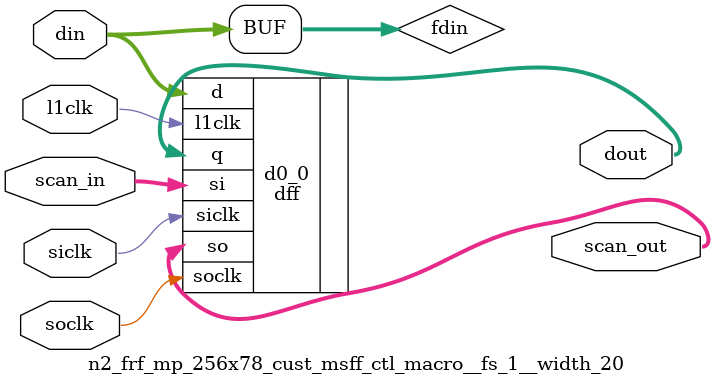
<source format=v>
module n2_frf_mp_256x78_cust (
  frf_r1_data, 
  frf_r1_ecc, 
  frf_r2_data, 
  frf_r2_ecc, 
  l2clk, 
  scan_in, 
  pce, 
  tcu_pce_ov, 
  tcu_aclk, 
  tcu_bclk, 
  tcu_array_wr_inhibit, 
  tcu_scan_en, 
  tcu_se_scancollar_in, 
  main_clken, 
  scan_out, 
  r_tid, 
  r1_valid, 
  r1_addr, 
  r2_valid, 
  r2_addr, 
  w1_tid, 
  w1_valid, 
  w1_addr, 
  w2_tid, 
  w2_valid, 
  w2_addr, 
  w1_data, 
  w1_ecc, 
  w2_data, 
  w2_ecc);
wire siclk;
wire soclk;
wire l1clk;
wire l1clk_main;
wire [13:0] w1_ecc_synd_fb_to_fw_scanin;
wire [13:0] w1_ecc_synd_fb_to_fw_scanout;
wire [13:0] w1_ecc_fw;
wire [13:0] w2_ecc_synd_fb_to_fw_scanin;
wire [13:0] w2_ecc_synd_fb_to_fw_scanout;
wire [13:0] w2_ecc_fw;
wire [14:0] frf_read_ctl_in2ph2_scanin;
wire [14:0] frf_read_ctl_in2ph2_scanout;
wire [4:0] r1_addr_ph2;
wire [4:0] r2_addr_ph2;
wire r1_valid_ph2;
wire r2_valid_ph2;
wire [2:0] r_tid_ph2;
wire [63:0] fw_w2data_scanin;
wire [63:0] fw_w2data_scanout;
wire [63:0] w2_data_fw;
wire [63:0] fw_w1data_scanin;
wire [63:0] fw_w1data_scanout;
wire [63:0] w1_data_fw;
wire [19:0] frf_write_input_ctl_in2fb_scanin;
wire [19:0] frf_write_input_ctl_in2fb_scanout;
wire [2:0] w1_tid_fw;
wire [1:0] w1_valid_fw;
wire [4:0] w1_addr_fw;
wire [2:0] w2_tid_fw;
wire [1:0] w2_valid_fw;
wire [4:0] w2_addr_fw;
wire l1clk_free;


   // -----------------------------------------------------------------------
   // Read output ports
   // -----------------------------------------------------------------------
   output  [63:0] frf_r1_data;
   output  [13:0] frf_r1_ecc;
   output  [63:0] frf_r2_data;
   output  [13:0] frf_r2_ecc;

   // -----------------------------------------------------------------------
   // global signals
   // -----------------------------------------------------------------------

   input        l2clk;
   input        scan_in;
   input	pce;
   input        tcu_pce_ov;
   input        tcu_aclk;
   input        tcu_bclk;
   input        tcu_array_wr_inhibit;
   input	tcu_scan_en;
   input        tcu_se_scancollar_in;

   input        main_clken;

   output       scan_out;


   // -----------------------------------------------------------------------
   // Reading controls
   // -----------------------------------------------------------------------
   input    [2:0] r_tid;
   input          r1_valid;
   input    [4:0] r1_addr;
   input          r2_valid;
   input    [4:0] r2_addr;
 
   // -----------------------------------------------------------------------
   // Writing controls 
   // -----------------------------------------------------------------------
   input    [2:0] w1_tid;
   input    [1:0] w1_valid;
   input    [4:0] w1_addr;
   input    [2:0] w2_tid;
   input    [1:0] w2_valid;
   input    [4:0] w2_addr;

   // -----------------------------------------------------------------------
   // Write data ports
   // -----------------------------------------------------------------------
   input   [63:0] w1_data;
   input   [13:0] w1_ecc;
   input   [63:0] w2_data;
   input   [13:0] w2_ecc;

   assign siclk		= tcu_aclk;
   assign soclk		= tcu_bclk;

   n2_frf_mp_256x78_cust_l1clkhdr_ctl_macro	clkgen (
    .l2clk  (l2clk          		),
    .l1en   (pce			),
    .pce_ov (tcu_pce_ov			),
    .stop   (1'b0			),
    .se	    (tcu_se_scancollar_in	),
    .l1clk  (l1clk			));


   n2_frf_mp_256x78_cust_l1clkhdr_ctl_macro	clkgen_main (
    .l2clk  (l2clk          		),
    .l1en   (main_clken			),
    .pce_ov (tcu_pce_ov			),
    .stop   (1'b0			),
    .se	    (tcu_se_scancollar_in	),
    .l1clk  (l1clk_main			));



   n2_frf_mp_256x78_cust_msff_ctl_macro__fs_1__width_14	w1_ecc_synd_fb_to_fw		 (
     .scan_in(w1_ecc_synd_fb_to_fw_scanin[13:0]),
     .scan_out(w1_ecc_synd_fb_to_fw_scanout[13:0]),
    .l1clk (l1clk_main),
    .din   (w1_ecc   [13:0]),
    .dout  (w1_ecc_fw[13:0]),
  .siclk(siclk),
  .soclk(soclk));
   
   n2_frf_mp_256x78_cust_msff_ctl_macro__fs_1__scanreverse_1__width_14	w2_ecc_synd_fb_to_fw		 (
     .scan_in(w2_ecc_synd_fb_to_fw_scanin[13:0]),
     .scan_out(w2_ecc_synd_fb_to_fw_scanout[13:0]),
    .l1clk (l1clk_main),
    .din   (w2_ecc   [13:0]),
    .dout  (w2_ecc_fw[13:0]),
  .siclk(siclk),
  .soclk(soclk));

   n2_frf_mp_256x78_cust_msff_ctl_macro__fs_1__width_15	frf_read_ctl_in2ph2		 (
     .scan_in(frf_read_ctl_in2ph2_scanin[14:0]),
     .scan_out(frf_read_ctl_in2ph2_scanout[14:0]),
    .l1clk (l1clk),
    .din   ({r1_addr [4:0],    // requires free running clk or dec_fgu_decode_d en
  	     r2_addr [4:0],    // requires free running clk or dec_fgu_decode_d en
  	     r1_valid     ,    // requires free running clk or dec_fgu_decode_d en
  	     r2_valid     ,    // requires free running clk or dec_fgu_decode_d en
  	     r_tid   [2:0]}),  // requires free running clk or dec_fgu_decode_d en
    .dout  ({r1_addr_ph2[4:0],
  	     r2_addr_ph2[4:0],   
  	     r1_valid_ph2    ,
  	     r2_valid_ph2    ,
  	     r_tid_ph2  [2:0]}),
  .siclk(siclk),
  .soclk(soclk));


   n2_frf_mp_256x78_cust_msff_ctl_macro__fs_1__scanreverse_1__width_64	fw_w2data			 (
     .scan_in(fw_w2data_scanin[63:0]),
     .scan_out(fw_w2data_scanout[63:0]),
     .l1clk (l1clk_main),
     .din   (w2_data   [63:0]),
     .dout  (w2_data_fw[63:0]),
  .siclk(siclk),
  .soclk(soclk));
   
   n2_frf_mp_256x78_cust_msff_ctl_macro__fs_1__width_64	fw_w1data			 (
     .scan_in(fw_w1data_scanin[63:0]),
     .scan_out(fw_w1data_scanout[63:0]),
     .l1clk (l1clk_main),
     .din   (w1_data   [63:0]),
     .dout  (w1_data_fw[63:0]),
  .siclk(siclk),
  .soclk(soclk));


   n2_frf_mp_256x78_cust_msff_ctl_macro__fs_1__width_20	frf_write_input_ctl_in2fb	 (
     .scan_in(frf_write_input_ctl_in2fb_scanin[19:0]),
     .scan_out(frf_write_input_ctl_in2fb_scanout[19:0]),
     .l1clk (l1clk_main),
     .din   ({w1_tid      [2:0],
              w1_valid    [1:0],
              w1_addr     [4:0],
              w2_tid      [2:0],
              w2_valid    [1:0],
              w2_addr     [4:0]}),
     .dout  ({w1_tid_fw   [2:0],
              w1_valid_fw [1:0],
              w1_addr_fw  [4:0],
              w2_tid_fw   [2:0],
              w2_valid_fw [1:0],
              w2_addr_fw  [4:0]}),
  .siclk(siclk),
  .soclk(soclk));




// L2 clock "free-running" clock
n2_frf_mp_256x78_cust_l1clkhdr_ctl_macro	clkgen_free (
  .l2clk  (l2clk			),
  .l1en   (pce				),
  .pce_ov (tcu_pce_ov			),
  .stop	  (1'b0				),
  .se	  (tcu_scan_en			),
  .l1clk  (l1clk_free			));

fgu_frf_array	frf_array_o			(
  .clk      ( l1clk_free				),
  .r1_valid ( r1_valid_ph2				),
  .r1_addr  ({r_tid_ph2[2:0]  , r1_addr_ph2[4:0]}	),
  .r2_valid ( r2_valid_ph2				),
  .r2_addr  ({r_tid_ph2[2:0]  , r2_addr_ph2[4:0]}	),
  .w1_valid ( w1_valid_fw[0]				),
  .w1_addr  ({w1_tid_fw[2:0]  , w1_addr_fw[4:0]}	),
  .w1_data  ({w1_ecc_fw[6:0]  , w1_data_fw[31:0]}	),
  .w2_valid ( w2_valid_fw[0]				),
  .w2_addr  ({w2_tid_fw[2:0]  , w2_addr_fw[4:0]}	),
  .w2_data  ({w2_ecc_fw[6:0]  , w2_data_fw[31:0]}	),
     .r1_data   ({frf_r1_ecc[6:0]   , frf_r1_data[31:0]}	),
     .r2_data   ({frf_r2_ecc[6:0]   , frf_r2_data[31:0]}	),
  .tcu_array_wr_inhibit(tcu_array_wr_inhibit));



fgu_frf_array	frf_array_e			(
  .clk      ( l1clk_free				),
  .r1_valid ( r1_valid_ph2				),
  .r1_addr  ({r_tid_ph2[2:0]  , r1_addr_ph2[4:0]}	),
  .r2_valid ( r2_valid_ph2				),
  .r2_addr  ({r_tid_ph2[2:0]  , r2_addr_ph2[4:0]}	),
  .w1_valid ( w1_valid_fw[1]				),
  .w1_addr  ({w1_tid_fw[2:0]  , w1_addr_fw[4:0]}	),
  .w1_data  ({w1_ecc_fw[13:7] , w1_data_fw[63:32]}	),
  .w2_valid ( w2_valid_fw[1]				),
  .w2_addr  ({w2_tid_fw[2:0]  , w2_addr_fw[4:0]}	),
  .w2_data  ({w2_ecc_fw[13:7] , w2_data_fw[63:32]}	),
     .r1_data   ({frf_r1_ecc[13:7]  , frf_r1_data[63:32]}	),
     .r2_data   ({frf_r2_ecc[13:7]  , frf_r2_data[63:32]}	),
  .tcu_array_wr_inhibit(tcu_array_wr_inhibit));





supply0 vss;
supply1 vdd;





// scanorder start
//      w1_ecc_synd_fb_to_fw_scanin[13:7]
//      fw_w1data_scanin[63:32]
//      frf_write_input_ctl_in2fb_scanin[16]
//      frf_read_ctl_in2ph2_scanin[14:10]
//      frf_write_input_ctl_in2fb_scanin[9:7]
//      frf_write_input_ctl_in2fb_scanin[0]
//      frf_read_ctl_in2ph2_scanin[2:0]
//      frf_read_ctl_in2ph2_scanin[9:5]
//      frf_write_input_ctl_in2fb_scanin[4]
//      frf_write_input_ctl_in2fb_scanin[5]
//      w1_ecc_synd_fb_to_fw_scanin[6:0]
//      fw_w1data_scanin[31:0]
//      fw_w2data_scanin[0:31]
//      w2_ecc_synd_fb_to_fw_scanin[0:6]
//      frf_write_input_ctl_in2fb_scanin[15]
//      frf_write_input_ctl_in2fb_scanin[1]
//      frf_write_input_ctl_in2fb_scanin[2]
//      frf_write_input_ctl_in2fb_scanin[3]
//      frf_read_ctl_in2ph2_scanin[3]
//      frf_read_ctl_in2ph2_scanin[4]
//      frf_write_input_ctl_in2fb_scanin[10]
//      frf_write_input_ctl_in2fb_scanin[11]
//      frf_write_input_ctl_in2fb_scanin[12]
//      frf_write_input_ctl_in2fb_scanin[13]
//      frf_write_input_ctl_in2fb_scanin[14]
//      frf_write_input_ctl_in2fb_scanin[17]
//      frf_write_input_ctl_in2fb_scanin[18]
//      frf_write_input_ctl_in2fb_scanin[19]
//      frf_write_input_ctl_in2fb_scanin[6]
//      fw_w2data_scanin[32:63]
//      w2_ecc_synd_fb_to_fw_scanin[7:13]
// scanorder end
// fixscan start
assign w1_ecc_synd_fb_to_fw_scanin[13]=scan_in;
assign w1_ecc_synd_fb_to_fw_scanin[12]=w1_ecc_synd_fb_to_fw_scanout[13];
assign w1_ecc_synd_fb_to_fw_scanin[11]=w1_ecc_synd_fb_to_fw_scanout[12];
assign w1_ecc_synd_fb_to_fw_scanin[10]=w1_ecc_synd_fb_to_fw_scanout[11];
assign w1_ecc_synd_fb_to_fw_scanin[9]=w1_ecc_synd_fb_to_fw_scanout[10];
assign w1_ecc_synd_fb_to_fw_scanin[8]=w1_ecc_synd_fb_to_fw_scanout[9];
assign w1_ecc_synd_fb_to_fw_scanin[7]=w1_ecc_synd_fb_to_fw_scanout[8];
assign fw_w1data_scanin[63]=w1_ecc_synd_fb_to_fw_scanout[7];
assign fw_w1data_scanin[62]=fw_w1data_scanout[63];
assign fw_w1data_scanin[61]=fw_w1data_scanout[62];
assign fw_w1data_scanin[60]=fw_w1data_scanout[61];
assign fw_w1data_scanin[59]=fw_w1data_scanout[60];
assign fw_w1data_scanin[58]=fw_w1data_scanout[59];
assign fw_w1data_scanin[57]=fw_w1data_scanout[58];
assign fw_w1data_scanin[56]=fw_w1data_scanout[57];
assign fw_w1data_scanin[55]=fw_w1data_scanout[56];
assign fw_w1data_scanin[54]=fw_w1data_scanout[55];
assign fw_w1data_scanin[53]=fw_w1data_scanout[54];
assign fw_w1data_scanin[52]=fw_w1data_scanout[53];
assign fw_w1data_scanin[51]=fw_w1data_scanout[52];
assign fw_w1data_scanin[50]=fw_w1data_scanout[51];
assign fw_w1data_scanin[49]=fw_w1data_scanout[50];
assign fw_w1data_scanin[48]=fw_w1data_scanout[49];
assign fw_w1data_scanin[47]=fw_w1data_scanout[48];
assign fw_w1data_scanin[46]=fw_w1data_scanout[47];
assign fw_w1data_scanin[45]=fw_w1data_scanout[46];
assign fw_w1data_scanin[44]=fw_w1data_scanout[45];
assign fw_w1data_scanin[43]=fw_w1data_scanout[44];
assign fw_w1data_scanin[42]=fw_w1data_scanout[43];
assign fw_w1data_scanin[41]=fw_w1data_scanout[42];
assign fw_w1data_scanin[40]=fw_w1data_scanout[41];
assign fw_w1data_scanin[39]=fw_w1data_scanout[40];
assign fw_w1data_scanin[38]=fw_w1data_scanout[39];
assign fw_w1data_scanin[37]=fw_w1data_scanout[38];
assign fw_w1data_scanin[36]=fw_w1data_scanout[37];
assign fw_w1data_scanin[35]=fw_w1data_scanout[36];
assign fw_w1data_scanin[34]=fw_w1data_scanout[35];
assign fw_w1data_scanin[33]=fw_w1data_scanout[34];
assign fw_w1data_scanin[32]=fw_w1data_scanout[33];
assign frf_write_input_ctl_in2fb_scanin[16]=fw_w1data_scanout[32];
assign frf_read_ctl_in2ph2_scanin[14]=frf_write_input_ctl_in2fb_scanout[16];
assign frf_read_ctl_in2ph2_scanin[13]=frf_read_ctl_in2ph2_scanout[14];
assign frf_read_ctl_in2ph2_scanin[12]=frf_read_ctl_in2ph2_scanout[13];
assign frf_read_ctl_in2ph2_scanin[11]=frf_read_ctl_in2ph2_scanout[12];
assign frf_read_ctl_in2ph2_scanin[10]=frf_read_ctl_in2ph2_scanout[11];
assign frf_write_input_ctl_in2fb_scanin[9]=frf_read_ctl_in2ph2_scanout[10];
assign frf_write_input_ctl_in2fb_scanin[8]=frf_write_input_ctl_in2fb_scanout[9];
assign frf_write_input_ctl_in2fb_scanin[7]=frf_write_input_ctl_in2fb_scanout[8];
assign frf_write_input_ctl_in2fb_scanin[0]=frf_write_input_ctl_in2fb_scanout[7];
assign frf_read_ctl_in2ph2_scanin[2]=frf_write_input_ctl_in2fb_scanout[0];
assign frf_read_ctl_in2ph2_scanin[1]=frf_read_ctl_in2ph2_scanout[2];
assign frf_read_ctl_in2ph2_scanin[0]=frf_read_ctl_in2ph2_scanout[1];
assign frf_read_ctl_in2ph2_scanin[9]=frf_read_ctl_in2ph2_scanout[0];
assign frf_read_ctl_in2ph2_scanin[8]=frf_read_ctl_in2ph2_scanout[9];
assign frf_read_ctl_in2ph2_scanin[7]=frf_read_ctl_in2ph2_scanout[8];
assign frf_read_ctl_in2ph2_scanin[6]=frf_read_ctl_in2ph2_scanout[7];
assign frf_read_ctl_in2ph2_scanin[5]=frf_read_ctl_in2ph2_scanout[6];
assign frf_write_input_ctl_in2fb_scanin[4]=frf_read_ctl_in2ph2_scanout[5];
assign frf_write_input_ctl_in2fb_scanin[5]=frf_write_input_ctl_in2fb_scanout[4];
assign w1_ecc_synd_fb_to_fw_scanin[6]=frf_write_input_ctl_in2fb_scanout[5];
assign w1_ecc_synd_fb_to_fw_scanin[5]=w1_ecc_synd_fb_to_fw_scanout[6];
assign w1_ecc_synd_fb_to_fw_scanin[4]=w1_ecc_synd_fb_to_fw_scanout[5];
assign w1_ecc_synd_fb_to_fw_scanin[3]=w1_ecc_synd_fb_to_fw_scanout[4];
assign w1_ecc_synd_fb_to_fw_scanin[2]=w1_ecc_synd_fb_to_fw_scanout[3];
assign w1_ecc_synd_fb_to_fw_scanin[1]=w1_ecc_synd_fb_to_fw_scanout[2];
assign w1_ecc_synd_fb_to_fw_scanin[0]=w1_ecc_synd_fb_to_fw_scanout[1];
assign fw_w1data_scanin[31]=w1_ecc_synd_fb_to_fw_scanout[0];
assign fw_w1data_scanin[30]=fw_w1data_scanout[31];
assign fw_w1data_scanin[29]=fw_w1data_scanout[30];
assign fw_w1data_scanin[28]=fw_w1data_scanout[29];
assign fw_w1data_scanin[27]=fw_w1data_scanout[28];
assign fw_w1data_scanin[26]=fw_w1data_scanout[27];
assign fw_w1data_scanin[25]=fw_w1data_scanout[26];
assign fw_w1data_scanin[24]=fw_w1data_scanout[25];
assign fw_w1data_scanin[23]=fw_w1data_scanout[24];
assign fw_w1data_scanin[22]=fw_w1data_scanout[23];
assign fw_w1data_scanin[21]=fw_w1data_scanout[22];
assign fw_w1data_scanin[20]=fw_w1data_scanout[21];
assign fw_w1data_scanin[19]=fw_w1data_scanout[20];
assign fw_w1data_scanin[18]=fw_w1data_scanout[19];
assign fw_w1data_scanin[17]=fw_w1data_scanout[18];
assign fw_w1data_scanin[16]=fw_w1data_scanout[17];
assign fw_w1data_scanin[15]=fw_w1data_scanout[16];
assign fw_w1data_scanin[14]=fw_w1data_scanout[15];
assign fw_w1data_scanin[13]=fw_w1data_scanout[14];
assign fw_w1data_scanin[12]=fw_w1data_scanout[13];
assign fw_w1data_scanin[11]=fw_w1data_scanout[12];
assign fw_w1data_scanin[10]=fw_w1data_scanout[11];
assign fw_w1data_scanin[9]=fw_w1data_scanout[10];
assign fw_w1data_scanin[8]=fw_w1data_scanout[9];
assign fw_w1data_scanin[7]=fw_w1data_scanout[8];
assign fw_w1data_scanin[6]=fw_w1data_scanout[7];
assign fw_w1data_scanin[5]=fw_w1data_scanout[6];
assign fw_w1data_scanin[4]=fw_w1data_scanout[5];
assign fw_w1data_scanin[3]=fw_w1data_scanout[4];
assign fw_w1data_scanin[2]=fw_w1data_scanout[3];
assign fw_w1data_scanin[1]=fw_w1data_scanout[2];
assign fw_w1data_scanin[0]=fw_w1data_scanout[1];
assign fw_w2data_scanin[0]=fw_w1data_scanout[0];
assign fw_w2data_scanin[1]=fw_w2data_scanout[0];
assign fw_w2data_scanin[2]=fw_w2data_scanout[1];
assign fw_w2data_scanin[3]=fw_w2data_scanout[2];
assign fw_w2data_scanin[4]=fw_w2data_scanout[3];
assign fw_w2data_scanin[5]=fw_w2data_scanout[4];
assign fw_w2data_scanin[6]=fw_w2data_scanout[5];
assign fw_w2data_scanin[7]=fw_w2data_scanout[6];
assign fw_w2data_scanin[8]=fw_w2data_scanout[7];
assign fw_w2data_scanin[9]=fw_w2data_scanout[8];
assign fw_w2data_scanin[10]=fw_w2data_scanout[9];
assign fw_w2data_scanin[11]=fw_w2data_scanout[10];
assign fw_w2data_scanin[12]=fw_w2data_scanout[11];
assign fw_w2data_scanin[13]=fw_w2data_scanout[12];
assign fw_w2data_scanin[14]=fw_w2data_scanout[13];
assign fw_w2data_scanin[15]=fw_w2data_scanout[14];
assign fw_w2data_scanin[16]=fw_w2data_scanout[15];
assign fw_w2data_scanin[17]=fw_w2data_scanout[16];
assign fw_w2data_scanin[18]=fw_w2data_scanout[17];
assign fw_w2data_scanin[19]=fw_w2data_scanout[18];
assign fw_w2data_scanin[20]=fw_w2data_scanout[19];
assign fw_w2data_scanin[21]=fw_w2data_scanout[20];
assign fw_w2data_scanin[22]=fw_w2data_scanout[21];
assign fw_w2data_scanin[23]=fw_w2data_scanout[22];
assign fw_w2data_scanin[24]=fw_w2data_scanout[23];
assign fw_w2data_scanin[25]=fw_w2data_scanout[24];
assign fw_w2data_scanin[26]=fw_w2data_scanout[25];
assign fw_w2data_scanin[27]=fw_w2data_scanout[26];
assign fw_w2data_scanin[28]=fw_w2data_scanout[27];
assign fw_w2data_scanin[29]=fw_w2data_scanout[28];
assign fw_w2data_scanin[30]=fw_w2data_scanout[29];
assign fw_w2data_scanin[31]=fw_w2data_scanout[30];
assign w2_ecc_synd_fb_to_fw_scanin[0]=fw_w2data_scanout[31];
assign w2_ecc_synd_fb_to_fw_scanin[1]=w2_ecc_synd_fb_to_fw_scanout[0];
assign w2_ecc_synd_fb_to_fw_scanin[2]=w2_ecc_synd_fb_to_fw_scanout[1];
assign w2_ecc_synd_fb_to_fw_scanin[3]=w2_ecc_synd_fb_to_fw_scanout[2];
assign w2_ecc_synd_fb_to_fw_scanin[4]=w2_ecc_synd_fb_to_fw_scanout[3];
assign w2_ecc_synd_fb_to_fw_scanin[5]=w2_ecc_synd_fb_to_fw_scanout[4];
assign w2_ecc_synd_fb_to_fw_scanin[6]=w2_ecc_synd_fb_to_fw_scanout[5];
assign frf_write_input_ctl_in2fb_scanin[15]=w2_ecc_synd_fb_to_fw_scanout[6];
assign frf_write_input_ctl_in2fb_scanin[1]=frf_write_input_ctl_in2fb_scanout[15];
assign frf_write_input_ctl_in2fb_scanin[2]=frf_write_input_ctl_in2fb_scanout[1];
assign frf_write_input_ctl_in2fb_scanin[3]=frf_write_input_ctl_in2fb_scanout[2];
assign frf_read_ctl_in2ph2_scanin[3]=frf_write_input_ctl_in2fb_scanout[3];
assign frf_read_ctl_in2ph2_scanin[4]=frf_read_ctl_in2ph2_scanout[3];
assign frf_write_input_ctl_in2fb_scanin[10]=frf_read_ctl_in2ph2_scanout[4];
assign frf_write_input_ctl_in2fb_scanin[11]=frf_write_input_ctl_in2fb_scanout[10];
assign frf_write_input_ctl_in2fb_scanin[12]=frf_write_input_ctl_in2fb_scanout[11];
assign frf_write_input_ctl_in2fb_scanin[13]=frf_write_input_ctl_in2fb_scanout[12];
assign frf_write_input_ctl_in2fb_scanin[14]=frf_write_input_ctl_in2fb_scanout[13];
assign frf_write_input_ctl_in2fb_scanin[17]=frf_write_input_ctl_in2fb_scanout[14];
assign frf_write_input_ctl_in2fb_scanin[18]=frf_write_input_ctl_in2fb_scanout[17];
assign frf_write_input_ctl_in2fb_scanin[19]=frf_write_input_ctl_in2fb_scanout[18];
assign frf_write_input_ctl_in2fb_scanin[6]=frf_write_input_ctl_in2fb_scanout[19];
assign fw_w2data_scanin[32]=frf_write_input_ctl_in2fb_scanout[6];
assign fw_w2data_scanin[33]=fw_w2data_scanout[32];
assign fw_w2data_scanin[34]=fw_w2data_scanout[33];
assign fw_w2data_scanin[35]=fw_w2data_scanout[34];
assign fw_w2data_scanin[36]=fw_w2data_scanout[35];
assign fw_w2data_scanin[37]=fw_w2data_scanout[36];
assign fw_w2data_scanin[38]=fw_w2data_scanout[37];
assign fw_w2data_scanin[39]=fw_w2data_scanout[38];
assign fw_w2data_scanin[40]=fw_w2data_scanout[39];
assign fw_w2data_scanin[41]=fw_w2data_scanout[40];
assign fw_w2data_scanin[42]=fw_w2data_scanout[41];
assign fw_w2data_scanin[43]=fw_w2data_scanout[42];
assign fw_w2data_scanin[44]=fw_w2data_scanout[43];
assign fw_w2data_scanin[45]=fw_w2data_scanout[44];
assign fw_w2data_scanin[46]=fw_w2data_scanout[45];
assign fw_w2data_scanin[47]=fw_w2data_scanout[46];
assign fw_w2data_scanin[48]=fw_w2data_scanout[47];
assign fw_w2data_scanin[49]=fw_w2data_scanout[48];
assign fw_w2data_scanin[50]=fw_w2data_scanout[49];
assign fw_w2data_scanin[51]=fw_w2data_scanout[50];
assign fw_w2data_scanin[52]=fw_w2data_scanout[51];
assign fw_w2data_scanin[53]=fw_w2data_scanout[52];
assign fw_w2data_scanin[54]=fw_w2data_scanout[53];
assign fw_w2data_scanin[55]=fw_w2data_scanout[54];
assign fw_w2data_scanin[56]=fw_w2data_scanout[55];
assign fw_w2data_scanin[57]=fw_w2data_scanout[56];
assign fw_w2data_scanin[58]=fw_w2data_scanout[57];
assign fw_w2data_scanin[59]=fw_w2data_scanout[58];
assign fw_w2data_scanin[60]=fw_w2data_scanout[59];
assign fw_w2data_scanin[61]=fw_w2data_scanout[60];
assign fw_w2data_scanin[62]=fw_w2data_scanout[61];
assign fw_w2data_scanin[63]=fw_w2data_scanout[62];
assign w2_ecc_synd_fb_to_fw_scanin[7]=fw_w2data_scanout[63];
assign w2_ecc_synd_fb_to_fw_scanin[8]=w2_ecc_synd_fb_to_fw_scanout[7];
assign w2_ecc_synd_fb_to_fw_scanin[9]=w2_ecc_synd_fb_to_fw_scanout[8];
assign w2_ecc_synd_fb_to_fw_scanin[10]=w2_ecc_synd_fb_to_fw_scanout[9];
assign w2_ecc_synd_fb_to_fw_scanin[11]=w2_ecc_synd_fb_to_fw_scanout[10];
assign w2_ecc_synd_fb_to_fw_scanin[12]=w2_ecc_synd_fb_to_fw_scanout[11];
assign w2_ecc_synd_fb_to_fw_scanin[13]=w2_ecc_synd_fb_to_fw_scanout[12];
assign scan_out=w2_ecc_synd_fb_to_fw_scanout[13];
// fixscan end

endmodule  // fgu_frf_cust






// any PARAMS parms go into naming of macro

module n2_frf_mp_256x78_cust_l1clkhdr_ctl_macro (
  l2clk, 
  l1en, 
  pce_ov, 
  stop, 
  se, 
  l1clk);


  input l2clk;
  input l1en;
  input pce_ov;
  input stop;
  input se;
  output l1clk;



 

cl_sc1_l1hdr_8x c_0 (


   .l2clk(l2clk),
   .pce(l1en),
   .l1clk(l1clk),
  .se(se),
  .pce_ov(pce_ov),
  .stop(stop)
);



endmodule













// any PARAMS parms go into naming of macro

module n2_frf_mp_256x78_cust_msff_ctl_macro__fs_1__width_14 (
  din, 
  l1clk, 
  scan_in, 
  siclk, 
  soclk, 
  dout, 
  scan_out);
wire [13:0] fdin;

  input [13:0] din;
  input l1clk;
  input [13:0] scan_in;


  input siclk;
  input soclk;

  output [13:0] dout;
  output [13:0] scan_out;
assign fdin[13:0] = din[13:0];






dff /*#(14)*/  d0_0 (
.l1clk(l1clk),
.siclk(siclk),
.soclk(soclk),
.d(fdin[13:0]),
.si(scan_in[13:0]),
.so(scan_out[13:0]),
.q(dout[13:0])
);












endmodule













// any PARAMS parms go into naming of macro

module n2_frf_mp_256x78_cust_msff_ctl_macro__fs_1__scanreverse_1__width_14 (
  din, 
  l1clk, 
  scan_in, 
  siclk, 
  soclk, 
  dout, 
  scan_out);
wire [13:0] fdin;

  input [13:0] din;
  input l1clk;
  input [13:0] scan_in;


  input siclk;
  input soclk;

  output [13:0] dout;
  output [13:0] scan_out;
assign fdin[13:0] = din[13:0];






dff /*#(14)*/  d0_0 (
.l1clk(l1clk),
.siclk(siclk),
.soclk(soclk),
.d(fdin[13:0]),
.si(scan_in[13:0]),
.so(scan_out[13:0]),
.q(dout[13:0])
);












endmodule













// any PARAMS parms go into naming of macro

module n2_frf_mp_256x78_cust_msff_ctl_macro__fs_1__width_15 (
  din, 
  l1clk, 
  scan_in, 
  siclk, 
  soclk, 
  dout, 
  scan_out);
wire [14:0] fdin;

  input [14:0] din;
  input l1clk;
  input [14:0] scan_in;


  input siclk;
  input soclk;

  output [14:0] dout;
  output [14:0] scan_out;
assign fdin[14:0] = din[14:0];






dff /*#(15)*/  d0_0 (
.l1clk(l1clk),
.siclk(siclk),
.soclk(soclk),
.d(fdin[14:0]),
.si(scan_in[14:0]),
.so(scan_out[14:0]),
.q(dout[14:0])
);












endmodule













// any PARAMS parms go into naming of macro

module n2_frf_mp_256x78_cust_msff_ctl_macro__fs_1__scanreverse_1__width_64 (
  din, 
  l1clk, 
  scan_in, 
  siclk, 
  soclk, 
  dout, 
  scan_out);
wire [63:0] fdin;

  input [63:0] din;
  input l1clk;
  input [63:0] scan_in;


  input siclk;
  input soclk;

  output [63:0] dout;
  output [63:0] scan_out;
assign fdin[63:0] = din[63:0];






dff /*#(64)*/  d0_0 (
.l1clk(l1clk),
.siclk(siclk),
.soclk(soclk),
.d(fdin[63:0]),
.si(scan_in[63:0]),
.so(scan_out[63:0]),
.q(dout[63:0])
);












endmodule













// any PARAMS parms go into naming of macro

module n2_frf_mp_256x78_cust_msff_ctl_macro__fs_1__width_64 (
  din, 
  l1clk, 
  scan_in, 
  siclk, 
  soclk, 
  dout, 
  scan_out);
wire [63:0] fdin;

  input [63:0] din;
  input l1clk;
  input [63:0] scan_in;


  input siclk;
  input soclk;

  output [63:0] dout;
  output [63:0] scan_out;
assign fdin[63:0] = din[63:0];






dff /*#(64)*/  d0_0 (
.l1clk(l1clk),
.siclk(siclk),
.soclk(soclk),
.d(fdin[63:0]),
.si(scan_in[63:0]),
.so(scan_out[63:0]),
.q(dout[63:0])
);












endmodule













// any PARAMS parms go into naming of macro

module n2_frf_mp_256x78_cust_msff_ctl_macro__fs_1__width_20 (
  din, 
  l1clk, 
  scan_in, 
  siclk, 
  soclk, 
  dout, 
  scan_out);
wire [19:0] fdin;

  input [19:0] din;
  input l1clk;
  input [19:0] scan_in;


  input siclk;
  input soclk;

  output [19:0] dout;
  output [19:0] scan_out;
assign fdin[19:0] = din[19:0];






dff /*#(20)*/  d0_0 (
.l1clk(l1clk),
.siclk(siclk),
.soclk(soclk),
.d(fdin[19:0]),
.si(scan_in[19:0]),
.so(scan_out[19:0]),
.q(dout[19:0])
);












endmodule





`ifdef FPGA
module fgu_frf_array(clk, tcu_array_wr_inhibit, r1_valid, r1_addr, r2_valid, 
	r2_addr, w1_valid, w1_addr, w2_valid, w2_addr, w1_data, w2_data, 
	r1_data, r2_data);

	input			clk;
	input			tcu_array_wr_inhibit;
	input			r1_valid;
	input	[7:0]		r1_addr;
	input			r2_valid;
	input	[7:0]		r2_addr;
	input			w1_valid;
	input	[7:0]		w1_addr;
	input			w2_valid;
	input	[7:0]		w2_addr;
	input	[38:0]		w1_data;
	input	[38:0]		w2_data;
	output	[38:0]		r1_data;
	output	[38:0]		r2_data;

	wire			masked_r1_valid;
	wire			masked_r2_valid;
	reg	[38:0]		r1_data;
	reg	[38:0]		r2_data;

  
            reg     [38:0]          data_array[255:0];
        integer                 i;

        assign masked_r1_valid = ((r1_valid & (~(w1_valid & (r1_addr[7:0] ==
                w1_addr[7:0])))) & (~(w2_valid & (r1_addr[7:0] == w2_addr[7:0]))
                ));
        assign masked_r2_valid = ((r2_valid & (~(w1_valid & (r2_addr[7:0] ==
                w1_addr[7:0])))) & (~(w2_valid & (r2_addr[7:0] == w2_addr[7:0]))
                ));

        initial begin
          for (i = 0; (i <= 255); i = (i + 1)) begin
            data_array[i] = {39 {1'b0}};
          end
        end
        always @(negedge clk) begin
          if (masked_r1_valid) begin
            r1_data[38:0] <= data_array[r1_addr[7:0]];
          end
          else
            begin
              r1_data[38:0] <= {39 {1'b0}};
            end
          if (masked_r2_valid) begin
            r2_data[38:0] <= data_array[r2_addr[7:0]];
          end
          else
            begin
              r2_data[38:0] <= {39 {1'b0}};
            end
          if (w1_valid & (~tcu_array_wr_inhibit)) begin
            data_array[w1_addr[7:0]] <= w1_data[38:0];
          end
          if (w2_valid & (~tcu_array_wr_inhibit)) begin
            data_array[w2_addr[7:0]] <= w2_data[38:0];
          end
        end

endmodule

`endif


</source>
